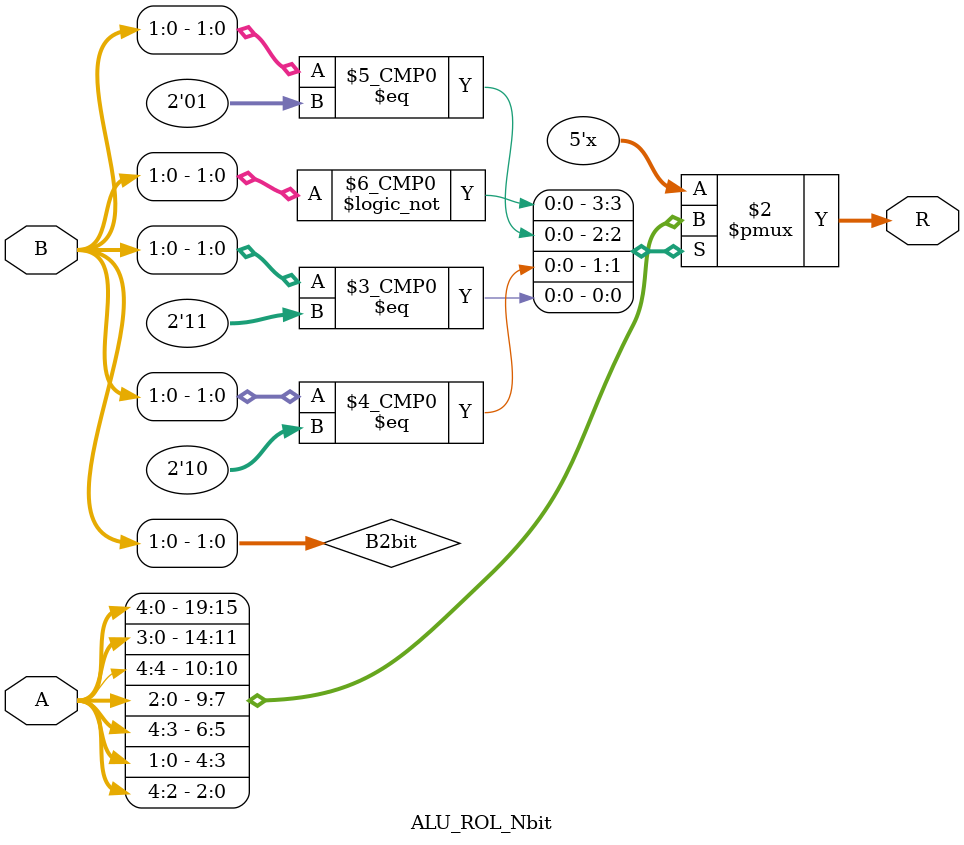
<source format=v>
module ALU_ROL_Nbit 
(
    input wire [4:0] A,B,  
    output reg [4:0] R
);

    wire [1:0] B2bit;
    assign B2bit = B[1:0];

    always @(*) begin
        case(B2bit)
            2'b00: R = A;                   
            2'b01: R = {A[3:0], A[4]};        
            2'b10: R = {A[2:0], A[4:3]};       
            2'b11: R = {A[1:0], A[4:2]};        
            default: R = A;                   
        endcase
    end
    
endmodule
</source>
